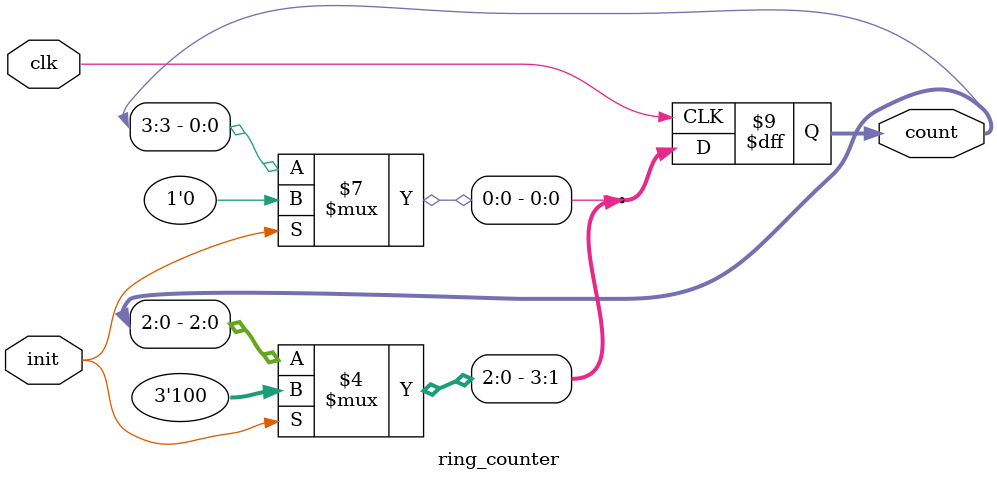
<source format=v>

module ring_counter(
					input clk, init,
					output reg[N:0] count
						);
	parameter N=3;
	always@(posedge clk)
		begin
			if(init)
				count = 4'b1000;	// Load initial bit pattern to the counter.
			else
				begin
					count <=count <<1;		// Non-blocking assignment allows formation of ring
					count[0] <= count[3];
				end
		end
endmodule
				
</source>
